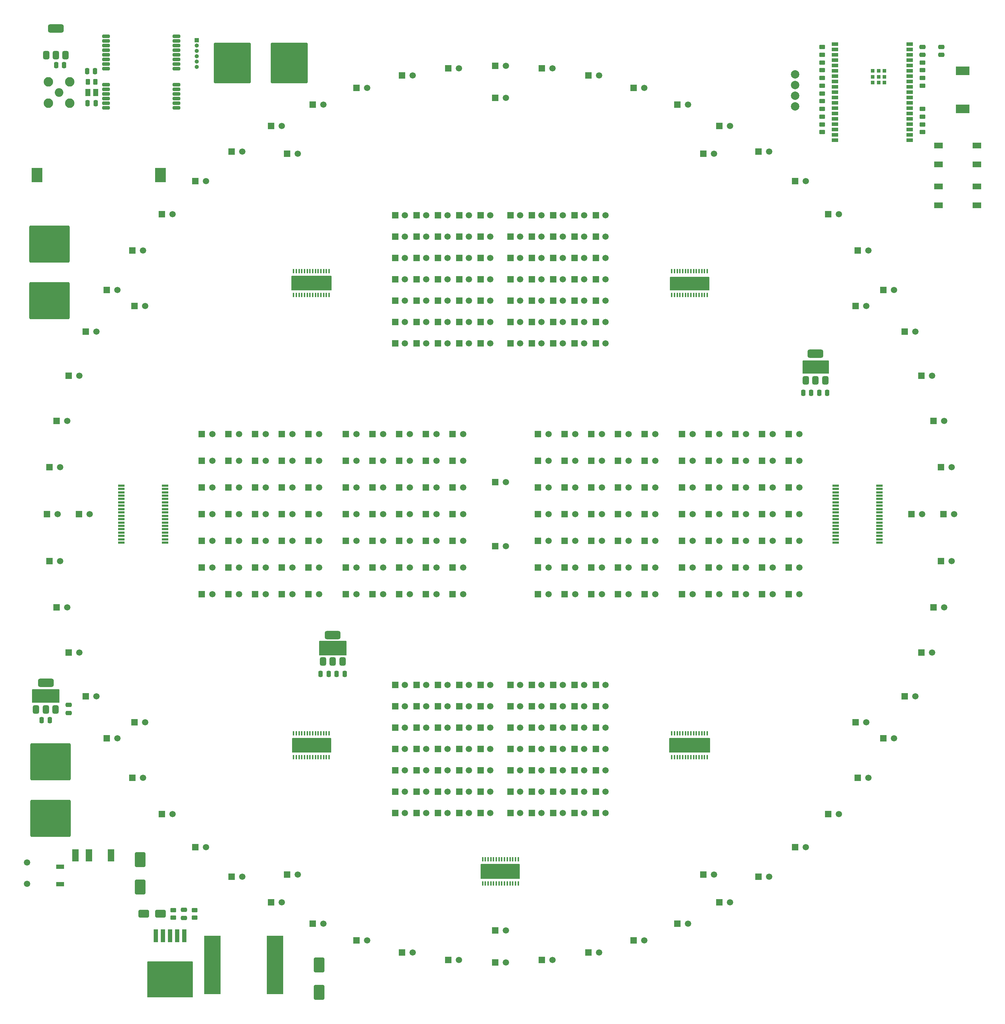
<source format=gbr>
%TF.GenerationSoftware,KiCad,Pcbnew,8.0.3*%
%TF.CreationDate,2024-06-09T22:24:32+02:00*%
%TF.ProjectId,broadcast_clock,62726f61-6463-4617-9374-5f636c6f636b,rev?*%
%TF.SameCoordinates,Original*%
%TF.FileFunction,Soldermask,Bot*%
%TF.FilePolarity,Negative*%
%FSLAX46Y46*%
G04 Gerber Fmt 4.6, Leading zero omitted, Abs format (unit mm)*
G04 Created by KiCad (PCBNEW 8.0.3) date 2024-06-09 22:24:32*
%MOMM*%
%LPD*%
G01*
G04 APERTURE LIST*
G04 Aperture macros list*
%AMRoundRect*
0 Rectangle with rounded corners*
0 $1 Rounding radius*
0 $2 $3 $4 $5 $6 $7 $8 $9 X,Y pos of 4 corners*
0 Add a 4 corners polygon primitive as box body*
4,1,4,$2,$3,$4,$5,$6,$7,$8,$9,$2,$3,0*
0 Add four circle primitives for the rounded corners*
1,1,$1+$1,$2,$3*
1,1,$1+$1,$4,$5*
1,1,$1+$1,$6,$7*
1,1,$1+$1,$8,$9*
0 Add four rect primitives between the rounded corners*
20,1,$1+$1,$2,$3,$4,$5,0*
20,1,$1+$1,$4,$5,$6,$7,0*
20,1,$1+$1,$6,$7,$8,$9,0*
20,1,$1+$1,$8,$9,$2,$3,0*%
G04 Aperture macros list end*
%ADD10C,0.150000*%
%ADD11R,4.000000X14.000000*%
%ADD12R,1.500000X1.500000*%
%ADD13C,1.500000*%
%ADD14R,3.200000X2.000000*%
%ADD15R,2.100000X1.400000*%
%ADD16R,1.200000X1.800000*%
%ADD17RoundRect,0.200000X0.700000X0.200000X-0.700000X0.200000X-0.700000X-0.200000X0.700000X-0.200000X0*%
%ADD18R,1.600000X2.900000*%
%ADD19RoundRect,0.250000X0.450000X-0.262500X0.450000X0.262500X-0.450000X0.262500X-0.450000X-0.262500X0*%
%ADD20RoundRect,0.250000X-0.450000X0.262500X-0.450000X-0.262500X0.450000X-0.262500X0.450000X0.262500X0*%
%ADD21R,0.400000X1.100000*%
%ADD22RoundRect,0.375000X0.375000X-0.625000X0.375000X0.625000X-0.375000X0.625000X-0.375000X-0.625000X0*%
%ADD23RoundRect,0.500000X1.400000X-0.500000X1.400000X0.500000X-1.400000X0.500000X-1.400000X-0.500000X0*%
%ADD24RoundRect,0.250000X-0.475000X0.250000X-0.475000X-0.250000X0.475000X-0.250000X0.475000X0.250000X0*%
%ADD25R,2.540000X3.510000*%
%ADD26RoundRect,0.249999X-4.550001X4.150001X-4.550001X-4.150001X4.550001X-4.150001X4.550001X4.150001X0*%
%ADD27C,2.050000*%
%ADD28C,2.250000*%
%ADD29R,0.900000X0.900000*%
%ADD30R,0.900000X0.880000*%
%ADD31R,1.500000X0.900000*%
%ADD32RoundRect,0.250000X-1.000000X1.500000X-1.000000X-1.500000X1.000000X-1.500000X1.000000X1.500000X0*%
%ADD33RoundRect,0.250000X-0.250000X-0.475000X0.250000X-0.475000X0.250000X0.475000X-0.250000X0.475000X0*%
%ADD34RoundRect,0.249999X-4.150001X-4.550001X4.150001X-4.550001X4.150001X4.550001X-4.150001X4.550001X0*%
%ADD35RoundRect,0.250000X1.000000X0.650000X-1.000000X0.650000X-1.000000X-0.650000X1.000000X-0.650000X0*%
%ADD36RoundRect,0.250000X0.262500X0.450000X-0.262500X0.450000X-0.262500X-0.450000X0.262500X-0.450000X0*%
%ADD37RoundRect,0.250000X0.250000X0.475000X-0.250000X0.475000X-0.250000X-0.475000X0.250000X-0.475000X0*%
%ADD38RoundRect,0.250000X0.475000X-0.250000X0.475000X0.250000X-0.475000X0.250000X-0.475000X-0.250000X0*%
%ADD39R,1.000000X1.000000*%
%ADD40O,1.000000X1.000000*%
%ADD41R,1.500000X0.500000*%
%ADD42C,2.000000*%
%ADD43R,1.016000X3.050000*%
%ADD44RoundRect,0.250000X1.000000X-1.500000X1.000000X1.500000X-1.000000X1.500000X-1.000000X-1.500000X0*%
%ADD45R,1.890000X1.140000*%
G04 APERTURE END LIST*
D10*
X40386000Y-190246000D02*
X34036000Y-190246000D01*
X34036000Y-187198000D01*
X40386000Y-187198000D01*
X40386000Y-190246000D01*
G36*
X40386000Y-190246000D02*
G01*
X34036000Y-190246000D01*
X34036000Y-187198000D01*
X40386000Y-187198000D01*
X40386000Y-190246000D01*
G37*
X195072000Y-92075000D02*
X185801000Y-92075000D01*
X185801000Y-89027000D01*
X195072000Y-89027000D01*
X195072000Y-92075000D01*
G36*
X195072000Y-92075000D02*
G01*
X185801000Y-92075000D01*
X185801000Y-89027000D01*
X195072000Y-89027000D01*
X195072000Y-92075000D01*
G37*
X223520000Y-111887000D02*
X217424000Y-111887000D01*
X217424000Y-108966000D01*
X223520000Y-108966000D01*
X223520000Y-111887000D01*
G36*
X223520000Y-111887000D02*
G01*
X217424000Y-111887000D01*
X217424000Y-108966000D01*
X223520000Y-108966000D01*
X223520000Y-111887000D01*
G37*
X105029000Y-202057000D02*
X95885000Y-202057000D01*
X95885000Y-198755000D01*
X105029000Y-198755000D01*
X105029000Y-202057000D01*
G36*
X105029000Y-202057000D02*
G01*
X95885000Y-202057000D01*
X95885000Y-198755000D01*
X105029000Y-198755000D01*
X105029000Y-202057000D01*
G37*
X149961600Y-232079800D02*
X140792200Y-232079800D01*
X140792200Y-228752400D01*
X149961600Y-228752400D01*
X149961600Y-232079800D01*
G36*
X149961600Y-232079800D02*
G01*
X140792200Y-232079800D01*
X140792200Y-228752400D01*
X149961600Y-228752400D01*
X149961600Y-232079800D01*
G37*
X195199000Y-202057000D02*
X185674000Y-202057000D01*
X185674000Y-198755000D01*
X195199000Y-198755000D01*
X195199000Y-202057000D01*
G36*
X195199000Y-202057000D02*
G01*
X185674000Y-202057000D01*
X185674000Y-198755000D01*
X195199000Y-198755000D01*
X195199000Y-202057000D01*
G37*
X72136000Y-260350000D02*
X61468000Y-260350000D01*
X61468000Y-251968000D01*
X72136000Y-251968000D01*
X72136000Y-260350000D01*
G36*
X72136000Y-260350000D02*
G01*
X61468000Y-260350000D01*
X61468000Y-251968000D01*
X72136000Y-251968000D01*
X72136000Y-260350000D01*
G37*
X108712000Y-178943000D02*
X102362000Y-178943000D01*
X102362000Y-175641000D01*
X108712000Y-175641000D01*
X108712000Y-178943000D01*
G36*
X108712000Y-178943000D02*
G01*
X102362000Y-178943000D01*
X102362000Y-175641000D01*
X108712000Y-175641000D01*
X108712000Y-178943000D01*
G37*
X105156000Y-92075000D02*
X95758000Y-92075000D01*
X95758000Y-88773000D01*
X105156000Y-88773000D01*
X105156000Y-92075000D01*
G36*
X105156000Y-92075000D02*
G01*
X95758000Y-92075000D01*
X95758000Y-88773000D01*
X105156000Y-88773000D01*
X105156000Y-92075000D01*
G37*
D11*
%TO.C,L1*%
X76858000Y-252730000D03*
X91798000Y-252730000D03*
%TD*%
D12*
%TO.C,D225*%
X125476000Y-211455000D03*
D13*
X127762000Y-211455000D03*
%TD*%
D12*
%TO.C,D254*%
X147828000Y-216535000D03*
D13*
X150114000Y-216535000D03*
%TD*%
D12*
%TO.C,D238*%
X135636000Y-206375000D03*
D13*
X137922000Y-206375000D03*
%TD*%
D12*
%TO.C,D340*%
X163068000Y-79375000D03*
D13*
X165354000Y-79375000D03*
%TD*%
D12*
%TO.C,D293*%
X125476000Y-89535000D03*
D13*
X127762000Y-89535000D03*
%TD*%
D12*
%TO.C,D327*%
X152908000Y-84455000D03*
D13*
X155194000Y-84455000D03*
%TD*%
D12*
%TO.C,D309*%
X135636000Y-99695000D03*
D13*
X137922000Y-99695000D03*
%TD*%
D12*
%TO.C,D303*%
X130556000Y-104775000D03*
D13*
X132842000Y-104775000D03*
%TD*%
D12*
%TO.C,D283*%
X120396000Y-74295000D03*
D13*
X122682000Y-74295000D03*
%TD*%
D12*
%TO.C,D219*%
X120396000Y-216535000D03*
D13*
X122682000Y-216535000D03*
%TD*%
D12*
%TO.C,D291*%
X125476000Y-79375000D03*
D13*
X127762000Y-79375000D03*
%TD*%
D12*
%TO.C,D265*%
X157988000Y-201295000D03*
D13*
X160274000Y-201295000D03*
%TD*%
D12*
%TO.C,D324*%
X147828000Y-104775000D03*
D13*
X150114000Y-104775000D03*
%TD*%
D12*
%TO.C,D276*%
X168148000Y-186055000D03*
D13*
X170434000Y-186055000D03*
%TD*%
D12*
%TO.C,D278*%
X168148000Y-196215000D03*
D13*
X170434000Y-196215000D03*
%TD*%
D12*
%TO.C,D284*%
X120396000Y-79375000D03*
D13*
X122682000Y-79375000D03*
%TD*%
D12*
%TO.C,D286*%
X120396000Y-89535000D03*
D13*
X122682000Y-89535000D03*
%TD*%
D12*
%TO.C,D318*%
X147828000Y-74295000D03*
D13*
X150114000Y-74295000D03*
%TD*%
D12*
%TO.C,D333*%
X157988000Y-79375000D03*
D13*
X160274000Y-79375000D03*
%TD*%
D12*
%TO.C,D313*%
X140716000Y-84455000D03*
D13*
X143002000Y-84455000D03*
%TD*%
D12*
%TO.C,D215*%
X120396000Y-196215000D03*
D13*
X122682000Y-196215000D03*
%TD*%
D12*
%TO.C,D348*%
X168148000Y-84455000D03*
D13*
X170434000Y-84455000D03*
%TD*%
D12*
%TO.C,D345*%
X163068000Y-104775000D03*
D13*
X165354000Y-104775000D03*
%TD*%
D12*
%TO.C,D239*%
X135636000Y-211455000D03*
D13*
X137922000Y-211455000D03*
%TD*%
D12*
%TO.C,D305*%
X135636000Y-79375000D03*
D13*
X137922000Y-79375000D03*
%TD*%
D12*
%TO.C,D227*%
X130556000Y-186055000D03*
D13*
X132842000Y-186055000D03*
%TD*%
D12*
%TO.C,D263*%
X157988000Y-191135000D03*
D13*
X160274000Y-191135000D03*
%TD*%
D12*
%TO.C,D338*%
X157988000Y-104775000D03*
D13*
X160274000Y-104775000D03*
%TD*%
D12*
%TO.C,D214*%
X120396000Y-191135000D03*
D13*
X122682000Y-191135000D03*
%TD*%
D12*
%TO.C,D343*%
X163068000Y-94615000D03*
D13*
X165354000Y-94615000D03*
%TD*%
D12*
%TO.C,D231*%
X130556000Y-206375000D03*
D13*
X132842000Y-206375000D03*
%TD*%
D12*
%TO.C,D268*%
X157988000Y-216535000D03*
D13*
X160274000Y-216535000D03*
%TD*%
D12*
%TO.C,D255*%
X152908000Y-186055000D03*
D13*
X155194000Y-186055000D03*
%TD*%
D12*
%TO.C,D256*%
X152908000Y-191135000D03*
D13*
X155194000Y-191135000D03*
%TD*%
D12*
%TO.C,D281*%
X168148000Y-211455000D03*
D13*
X170434000Y-211455000D03*
%TD*%
D12*
%TO.C,D274*%
X163068000Y-211455000D03*
D13*
X165354000Y-211455000D03*
%TD*%
D12*
%TO.C,D326*%
X152908000Y-79375000D03*
D13*
X155194000Y-79375000D03*
%TD*%
D12*
%TO.C,D213*%
X120396000Y-186055000D03*
D13*
X122682000Y-186055000D03*
%TD*%
D12*
%TO.C,D351*%
X168148000Y-99695000D03*
D13*
X170434000Y-99695000D03*
%TD*%
D12*
%TO.C,D308*%
X135636000Y-94615000D03*
D13*
X137922000Y-94615000D03*
%TD*%
D12*
%TO.C,D258*%
X152908000Y-201295000D03*
D13*
X155194000Y-201295000D03*
%TD*%
D12*
%TO.C,D311*%
X140716000Y-74295000D03*
D13*
X143002000Y-74295000D03*
%TD*%
D12*
%TO.C,D297*%
X130556000Y-74295000D03*
D13*
X132842000Y-74295000D03*
%TD*%
D12*
%TO.C,D317*%
X140716000Y-104775000D03*
D13*
X143002000Y-104775000D03*
%TD*%
D12*
%TO.C,D289*%
X120396000Y-104775000D03*
D13*
X122682000Y-104775000D03*
%TD*%
D12*
%TO.C,D298*%
X130556000Y-79375000D03*
D13*
X132842000Y-79375000D03*
%TD*%
D12*
%TO.C,D229*%
X130556000Y-196215000D03*
D13*
X132842000Y-196215000D03*
%TD*%
D12*
%TO.C,D287*%
X120396000Y-94615000D03*
D13*
X122682000Y-94615000D03*
%TD*%
D12*
%TO.C,D218*%
X120396000Y-211455000D03*
D13*
X122682000Y-211455000D03*
%TD*%
D12*
%TO.C,D349*%
X168148000Y-89535000D03*
D13*
X170434000Y-89535000D03*
%TD*%
D12*
%TO.C,D285*%
X120396000Y-84455000D03*
D13*
X122682000Y-84455000D03*
%TD*%
D12*
%TO.C,D315*%
X140716000Y-94615000D03*
D13*
X143002000Y-94615000D03*
%TD*%
D12*
%TO.C,D299*%
X130556000Y-84455000D03*
D13*
X132842000Y-84455000D03*
%TD*%
D12*
%TO.C,D250*%
X147828000Y-196215000D03*
D13*
X150114000Y-196215000D03*
%TD*%
D12*
%TO.C,D339*%
X163068000Y-74295000D03*
D13*
X165354000Y-74295000D03*
%TD*%
D12*
%TO.C,D331*%
X152908000Y-104775000D03*
D13*
X155194000Y-104775000D03*
%TD*%
D12*
%TO.C,D236*%
X135636000Y-196215000D03*
D13*
X137922000Y-196215000D03*
%TD*%
D12*
%TO.C,D245*%
X140716000Y-206375000D03*
D13*
X143002000Y-206375000D03*
%TD*%
D12*
%TO.C,D282*%
X168148000Y-216535000D03*
D13*
X170434000Y-216535000D03*
%TD*%
D12*
%TO.C,D240*%
X135636000Y-216535000D03*
D13*
X137922000Y-216535000D03*
%TD*%
D12*
%TO.C,D248*%
X147828000Y-186055000D03*
D13*
X150114000Y-186055000D03*
%TD*%
D12*
%TO.C,D226*%
X125476000Y-216535000D03*
D13*
X127762000Y-216535000D03*
%TD*%
D12*
%TO.C,D271*%
X163068000Y-196215000D03*
D13*
X165354000Y-196215000D03*
%TD*%
D12*
%TO.C,D337*%
X157988000Y-99695000D03*
D13*
X160274000Y-99695000D03*
%TD*%
D12*
%TO.C,D322*%
X147828000Y-94615000D03*
D13*
X150114000Y-94615000D03*
%TD*%
D12*
%TO.C,D335*%
X157988000Y-89535000D03*
D13*
X160274000Y-89535000D03*
%TD*%
D12*
%TO.C,D230*%
X130556000Y-201295000D03*
D13*
X132842000Y-201295000D03*
%TD*%
D12*
%TO.C,D290*%
X125476000Y-74295000D03*
D13*
X127762000Y-74295000D03*
%TD*%
D12*
%TO.C,D217*%
X120396000Y-206375000D03*
D13*
X122682000Y-206375000D03*
%TD*%
D12*
%TO.C,D232*%
X130556000Y-211455000D03*
D13*
X132842000Y-211455000D03*
%TD*%
D12*
%TO.C,D275*%
X163068000Y-216535000D03*
D13*
X165354000Y-216535000D03*
%TD*%
D12*
%TO.C,D249*%
X147828000Y-191135000D03*
D13*
X150114000Y-191135000D03*
%TD*%
D12*
%TO.C,D222*%
X125476000Y-196215000D03*
D13*
X127762000Y-196215000D03*
%TD*%
D12*
%TO.C,D264*%
X157988000Y-196215000D03*
D13*
X160274000Y-196215000D03*
%TD*%
D12*
%TO.C,D269*%
X163068000Y-186055000D03*
D13*
X165354000Y-186055000D03*
%TD*%
D12*
%TO.C,D300*%
X130556000Y-89535000D03*
D13*
X132842000Y-89535000D03*
%TD*%
D12*
%TO.C,D252*%
X147828000Y-206375000D03*
D13*
X150114000Y-206375000D03*
%TD*%
D12*
%TO.C,D253*%
X147828000Y-211455000D03*
D13*
X150114000Y-211455000D03*
%TD*%
D12*
%TO.C,D224*%
X125476000Y-206375000D03*
D13*
X127762000Y-206375000D03*
%TD*%
D12*
%TO.C,D234*%
X135636000Y-186055000D03*
D13*
X137922000Y-186055000D03*
%TD*%
D12*
%TO.C,D247*%
X140716000Y-216535000D03*
D13*
X143002000Y-216535000D03*
%TD*%
D12*
%TO.C,D325*%
X152908000Y-74295000D03*
D13*
X155194000Y-74295000D03*
%TD*%
D12*
%TO.C,D288*%
X120396000Y-99695000D03*
D13*
X122682000Y-99695000D03*
%TD*%
D12*
%TO.C,D228*%
X130556000Y-191135000D03*
D13*
X132842000Y-191135000D03*
%TD*%
D12*
%TO.C,D350*%
X168148000Y-94615000D03*
D13*
X170434000Y-94615000D03*
%TD*%
D12*
%TO.C,D334*%
X157988000Y-84455000D03*
D13*
X160274000Y-84455000D03*
%TD*%
D12*
%TO.C,D320*%
X147828000Y-84455000D03*
D13*
X150114000Y-84455000D03*
%TD*%
D12*
%TO.C,D259*%
X152908000Y-206375000D03*
D13*
X155194000Y-206375000D03*
%TD*%
D12*
%TO.C,D292*%
X125476000Y-84455000D03*
D13*
X127762000Y-84455000D03*
%TD*%
D12*
%TO.C,D216*%
X120396000Y-201295000D03*
D13*
X122682000Y-201295000D03*
%TD*%
D12*
%TO.C,D267*%
X157988000Y-211455000D03*
D13*
X160274000Y-211455000D03*
%TD*%
D12*
%TO.C,D220*%
X125476000Y-186055000D03*
D13*
X127762000Y-186055000D03*
%TD*%
D12*
%TO.C,D301*%
X130556000Y-94615000D03*
D13*
X132842000Y-94615000D03*
%TD*%
D12*
%TO.C,D304*%
X135636000Y-74295000D03*
D13*
X137922000Y-74295000D03*
%TD*%
D12*
%TO.C,D347*%
X168148000Y-79375000D03*
D13*
X170434000Y-79375000D03*
%TD*%
D12*
%TO.C,D233*%
X130556000Y-216535000D03*
D13*
X132842000Y-216535000D03*
%TD*%
D12*
%TO.C,D223*%
X125476000Y-201295000D03*
D13*
X127762000Y-201295000D03*
%TD*%
D12*
%TO.C,D296*%
X125476000Y-104775000D03*
D13*
X127762000Y-104775000D03*
%TD*%
D12*
%TO.C,D280*%
X168148000Y-206375000D03*
D13*
X170434000Y-206375000D03*
%TD*%
D12*
%TO.C,D346*%
X168148000Y-74295000D03*
D13*
X170434000Y-74295000D03*
%TD*%
D12*
%TO.C,D306*%
X135636000Y-84455000D03*
D13*
X137922000Y-84455000D03*
%TD*%
D12*
%TO.C,D261*%
X152908000Y-216535000D03*
D13*
X155194000Y-216535000D03*
%TD*%
D12*
%TO.C,D312*%
X140716000Y-79375000D03*
D13*
X143002000Y-79375000D03*
%TD*%
D12*
%TO.C,D272*%
X163068000Y-201295000D03*
D13*
X165354000Y-201295000D03*
%TD*%
D12*
%TO.C,D273*%
X163068000Y-206375000D03*
D13*
X165354000Y-206375000D03*
%TD*%
D12*
%TO.C,D295*%
X125476000Y-99695000D03*
D13*
X127762000Y-99695000D03*
%TD*%
D12*
%TO.C,D294*%
X125476000Y-94615000D03*
D13*
X127762000Y-94615000D03*
%TD*%
D12*
%TO.C,D329*%
X152908000Y-94615000D03*
D13*
X155194000Y-94615000D03*
%TD*%
D12*
%TO.C,D266*%
X157988000Y-206375000D03*
D13*
X160274000Y-206375000D03*
%TD*%
D12*
%TO.C,D302*%
X130556000Y-99695000D03*
D13*
X132842000Y-99695000D03*
%TD*%
D12*
%TO.C,D319*%
X147828000Y-79375000D03*
D13*
X150114000Y-79375000D03*
%TD*%
D12*
%TO.C,D310*%
X135636000Y-104775000D03*
D13*
X137922000Y-104775000D03*
%TD*%
D12*
%TO.C,D321*%
X147828000Y-89535000D03*
D13*
X150114000Y-89535000D03*
%TD*%
D12*
%TO.C,D332*%
X157988000Y-74295000D03*
D13*
X160274000Y-74295000D03*
%TD*%
D12*
%TO.C,D257*%
X152908000Y-196215000D03*
D13*
X155194000Y-196215000D03*
%TD*%
D12*
%TO.C,D341*%
X163068000Y-84455000D03*
D13*
X165354000Y-84455000D03*
%TD*%
D12*
%TO.C,D270*%
X163068000Y-191135000D03*
D13*
X165354000Y-191135000D03*
%TD*%
D12*
%TO.C,D323*%
X147828000Y-99695000D03*
D13*
X150114000Y-99695000D03*
%TD*%
D12*
%TO.C,D307*%
X135636000Y-89535000D03*
D13*
X137922000Y-89535000D03*
%TD*%
D12*
%TO.C,D221*%
X125476000Y-191135000D03*
D13*
X127762000Y-191135000D03*
%TD*%
D12*
%TO.C,D243*%
X140716000Y-196215000D03*
D13*
X143002000Y-196215000D03*
%TD*%
D12*
%TO.C,D241*%
X140716000Y-186055000D03*
D13*
X143002000Y-186055000D03*
%TD*%
D12*
%TO.C,D277*%
X168148000Y-191135000D03*
D13*
X170434000Y-191135000D03*
%TD*%
D12*
%TO.C,D279*%
X168148000Y-201295000D03*
D13*
X170434000Y-201295000D03*
%TD*%
D12*
%TO.C,D316*%
X140716000Y-99695000D03*
D13*
X143002000Y-99695000D03*
%TD*%
D12*
%TO.C,D328*%
X152908000Y-89535000D03*
D13*
X155194000Y-89535000D03*
%TD*%
D12*
%TO.C,D237*%
X135636000Y-201295000D03*
D13*
X137922000Y-201295000D03*
%TD*%
D12*
%TO.C,D260*%
X152908000Y-211455000D03*
D13*
X155194000Y-211455000D03*
%TD*%
D12*
%TO.C,D262*%
X157988000Y-186055000D03*
D13*
X160274000Y-186055000D03*
%TD*%
D12*
%TO.C,D246*%
X140716000Y-211455000D03*
D13*
X143002000Y-211455000D03*
%TD*%
D12*
%TO.C,D344*%
X163068000Y-99695000D03*
D13*
X165354000Y-99695000D03*
%TD*%
D12*
%TO.C,D235*%
X135636000Y-191135000D03*
D13*
X137922000Y-191135000D03*
%TD*%
D12*
%TO.C,D330*%
X152908000Y-99695000D03*
D13*
X155194000Y-99695000D03*
%TD*%
D12*
%TO.C,D244*%
X140716000Y-201295000D03*
D13*
X143002000Y-201295000D03*
%TD*%
D12*
%TO.C,D251*%
X147828000Y-201295000D03*
D13*
X150114000Y-201295000D03*
%TD*%
D12*
%TO.C,D314*%
X140716000Y-89535000D03*
D13*
X143002000Y-89535000D03*
%TD*%
D12*
%TO.C,D342*%
X163068000Y-89535000D03*
D13*
X165354000Y-89535000D03*
%TD*%
D12*
%TO.C,D336*%
X157988000Y-94615000D03*
D13*
X160274000Y-94615000D03*
%TD*%
D12*
%TO.C,D352*%
X168148000Y-104775000D03*
D13*
X170434000Y-104775000D03*
%TD*%
D12*
%TO.C,D242*%
X140716000Y-191135000D03*
D13*
X143002000Y-191135000D03*
%TD*%
D14*
%TO.C,BZ1*%
X255397000Y-39941500D03*
X255397000Y-48958500D03*
%TD*%
D15*
%TO.C,SW2*%
X258804000Y-67473000D03*
X249704000Y-67473000D03*
X258804000Y-71973000D03*
X249704000Y-71973000D03*
%TD*%
%TO.C,SW1*%
X258804000Y-57694000D03*
X249704000Y-57694000D03*
X258804000Y-62194000D03*
X249704000Y-62194000D03*
%TD*%
D16*
%TO.C,L2*%
X47203000Y-45083000D03*
X49063000Y-45083000D03*
%TD*%
D17*
%TO.C,U9*%
X68344000Y-31736000D03*
X68344000Y-32836000D03*
X68344000Y-33936000D03*
X68344000Y-35036000D03*
X68344000Y-36136000D03*
X68344000Y-37236000D03*
X68344000Y-38336000D03*
X68344000Y-39436000D03*
X68344000Y-43236000D03*
X68344000Y-44336000D03*
X68344000Y-45436000D03*
X68344000Y-46536000D03*
X68344000Y-47636000D03*
X68344000Y-48736000D03*
X51544000Y-48736000D03*
X51544000Y-47636000D03*
X51544000Y-46536000D03*
X51544000Y-45436000D03*
X51544000Y-44336000D03*
X51544000Y-43236000D03*
X51544000Y-39436000D03*
X51544000Y-38336000D03*
X51544000Y-37236000D03*
X51544000Y-36136000D03*
X51544000Y-35036000D03*
X51544000Y-33936000D03*
X51544000Y-32836000D03*
X51544000Y-31736000D03*
%TD*%
D13*
%TO.C,F1*%
X32766000Y-228346000D03*
X32766000Y-233426000D03*
%TD*%
D18*
%TO.C,J2*%
X52764000Y-226646500D03*
X47464000Y-226646500D03*
X44264000Y-226646500D03*
%TD*%
D12*
%TO.C,D103*%
X99695000Y-139065000D03*
D13*
X102235000Y-139065000D03*
%TD*%
D12*
%TO.C,D54*%
X81440069Y-59109067D03*
D13*
X83980069Y-59109067D03*
%TD*%
D12*
%TO.C,D169*%
X173355000Y-158115000D03*
D13*
X175895000Y-158115000D03*
%TD*%
D12*
%TO.C,D45*%
X37465000Y-145415000D03*
D13*
X40005000Y-145415000D03*
%TD*%
D12*
%TO.C,D65*%
X193675000Y-231203476D03*
D13*
X196215000Y-231203476D03*
%TD*%
D12*
%TO.C,D30*%
X144145000Y-252095000D03*
D13*
X146685000Y-252095000D03*
%TD*%
D12*
%TO.C,D128*%
X121285000Y-164465000D03*
D13*
X123825000Y-164465000D03*
%TD*%
D12*
%TO.C,D109*%
X108585000Y-132715000D03*
D13*
X111125000Y-132715000D03*
%TD*%
D12*
%TO.C,D353*%
X144145000Y-137795000D03*
D13*
X146685000Y-137795000D03*
%TD*%
D12*
%TO.C,D85*%
X80645000Y-158115000D03*
D13*
X83185000Y-158115000D03*
%TD*%
D12*
%TO.C,D26*%
X187535665Y-242872029D03*
D13*
X190075665Y-242872029D03*
%TD*%
D12*
%TO.C,D112*%
X108585000Y-151765000D03*
D13*
X111125000Y-151765000D03*
%TD*%
D12*
%TO.C,D110*%
X108585000Y-139065000D03*
D13*
X111125000Y-139065000D03*
%TD*%
D12*
%TO.C,D99*%
X93345000Y-158115000D03*
D13*
X95885000Y-158115000D03*
%TD*%
D12*
%TO.C,D199*%
X207645000Y-126365000D03*
D13*
X210185000Y-126365000D03*
%TD*%
D12*
%TO.C,D177*%
X179705000Y-164465000D03*
D13*
X182245000Y-164465000D03*
%TD*%
D12*
%TO.C,D111*%
X108585000Y-145415000D03*
D13*
X111125000Y-145415000D03*
%TD*%
D12*
%TO.C,D1*%
X155296096Y-39319404D03*
D13*
X157836096Y-39319404D03*
%TD*%
D12*
%TO.C,D138*%
X133985000Y-139065000D03*
D13*
X136525000Y-139065000D03*
%TD*%
D12*
%TO.C,D139*%
X133985000Y-145415000D03*
D13*
X136525000Y-145415000D03*
%TD*%
D12*
%TO.C,D82*%
X80645000Y-139065000D03*
D13*
X83185000Y-139065000D03*
%TD*%
D12*
%TO.C,D41*%
X46687971Y-188805665D03*
D13*
X49227971Y-188805665D03*
%TD*%
D12*
%TO.C,D141*%
X133985000Y-158115000D03*
D13*
X136525000Y-158115000D03*
%TD*%
D12*
%TO.C,D58*%
X121964981Y-41066214D03*
D13*
X124504981Y-41066214D03*
%TD*%
D12*
%TO.C,D39*%
X57839067Y-208119931D03*
D13*
X60379067Y-208119931D03*
%TD*%
D12*
%TO.C,D143*%
X154305000Y-126365000D03*
D13*
X156845000Y-126365000D03*
%TD*%
D12*
%TO.C,D28*%
X166325019Y-249763786D03*
D13*
X168865019Y-249763786D03*
%TD*%
D12*
%TO.C,D120*%
X114935000Y-158115000D03*
D13*
X117475000Y-158115000D03*
%TD*%
D12*
%TO.C,D36*%
X81440069Y-231720933D03*
D13*
X83980069Y-231720933D03*
%TD*%
D12*
%TO.C,D94*%
X93345000Y-126365000D03*
D13*
X95885000Y-126365000D03*
%TD*%
D12*
%TO.C,D80*%
X80645000Y-126365000D03*
D13*
X83185000Y-126365000D03*
%TD*%
D12*
%TO.C,D117*%
X114935000Y-139065000D03*
D13*
X117475000Y-139065000D03*
%TD*%
D12*
%TO.C,D126*%
X121285000Y-151765000D03*
D13*
X123825000Y-151765000D03*
%TD*%
D12*
%TO.C,D46*%
X38049404Y-134263904D03*
D13*
X40589404Y-134263904D03*
%TD*%
D12*
%TO.C,D83*%
X80645000Y-145415000D03*
D13*
X83185000Y-145415000D03*
%TD*%
D12*
%TO.C,D172*%
X179705000Y-132715000D03*
D13*
X182245000Y-132715000D03*
%TD*%
D12*
%TO.C,D4*%
X187535665Y-47957971D03*
D13*
X190075665Y-47957971D03*
%TD*%
D12*
%TO.C,D40*%
X51757410Y-198755000D03*
D13*
X54297410Y-198755000D03*
%TD*%
D12*
%TO.C,D192*%
X201295000Y-126365000D03*
D13*
X203835000Y-126365000D03*
%TD*%
D12*
%TO.C,D79*%
X74295000Y-164465000D03*
D13*
X76835000Y-164465000D03*
%TD*%
D12*
%TO.C,D29*%
X155296096Y-251510596D03*
D13*
X157836096Y-251510596D03*
%TD*%
D12*
%TO.C,D114*%
X108585000Y-164465000D03*
D13*
X111125000Y-164465000D03*
%TD*%
D12*
%TO.C,D205*%
X207645000Y-164465000D03*
D13*
X210185000Y-164465000D03*
%TD*%
D12*
%TO.C,D20*%
X236532590Y-198755000D03*
D13*
X239072590Y-198755000D03*
%TD*%
D12*
%TO.C,D136*%
X133985000Y-126365000D03*
D13*
X136525000Y-126365000D03*
%TD*%
D12*
%TO.C,D91*%
X86995000Y-151765000D03*
D13*
X89535000Y-151765000D03*
%TD*%
D12*
%TO.C,D163*%
X167005000Y-164465000D03*
D13*
X169545000Y-164465000D03*
%TD*%
D12*
%TO.C,D9*%
X230450933Y-82710069D03*
D13*
X232990933Y-82710069D03*
%TD*%
D12*
%TO.C,D69*%
X45085000Y-145415000D03*
D13*
X47625000Y-145415000D03*
%TD*%
D12*
%TO.C,D10*%
X236532590Y-92075000D03*
D13*
X239072590Y-92075000D03*
%TD*%
D12*
%TO.C,D191*%
X194945000Y-164465000D03*
D13*
X197485000Y-164465000D03*
%TD*%
D12*
%TO.C,D22*%
X223423690Y-216797853D03*
D13*
X225963690Y-216797853D03*
%TD*%
D12*
%TO.C,D66*%
X144145000Y-244475000D03*
D13*
X146685000Y-244475000D03*
%TD*%
D12*
%TO.C,D116*%
X114935000Y-132715000D03*
D13*
X117475000Y-132715000D03*
%TD*%
D12*
%TO.C,D27*%
X177110933Y-246873709D03*
D13*
X179650933Y-246873709D03*
%TD*%
D12*
%TO.C,D182*%
X188595000Y-151765000D03*
D13*
X191135000Y-151765000D03*
%TD*%
D12*
%TO.C,D38*%
X64866310Y-216797853D03*
D13*
X67406310Y-216797853D03*
%TD*%
D12*
%TO.C,D171*%
X179705000Y-126365000D03*
D13*
X182245000Y-126365000D03*
%TD*%
D12*
%TO.C,D151*%
X160655000Y-132715000D03*
D13*
X163195000Y-132715000D03*
%TD*%
D12*
%TO.C,D52*%
X64866310Y-74032147D03*
D13*
X67406310Y-74032147D03*
%TD*%
D12*
%TO.C,D145*%
X154305000Y-139065000D03*
D13*
X156845000Y-139065000D03*
%TD*%
D12*
%TO.C,D47*%
X39796214Y-123234981D03*
D13*
X42336214Y-123234981D03*
%TD*%
D12*
%TO.C,D208*%
X213995000Y-139065000D03*
D13*
X216535000Y-139065000D03*
%TD*%
D12*
%TO.C,D198*%
X201295000Y-164465000D03*
D13*
X203835000Y-164465000D03*
%TD*%
D12*
%TO.C,D174*%
X179705000Y-145415000D03*
D13*
X182245000Y-145415000D03*
%TD*%
D12*
%TO.C,D137*%
X133985000Y-132715000D03*
D13*
X136525000Y-132715000D03*
%TD*%
D12*
%TO.C,D130*%
X127635000Y-132715000D03*
D13*
X130175000Y-132715000D03*
%TD*%
D12*
%TO.C,D176*%
X179705000Y-158115000D03*
D13*
X182245000Y-158115000D03*
%TD*%
D12*
%TO.C,D92*%
X86995000Y-158115000D03*
D13*
X89535000Y-158115000D03*
%TD*%
D12*
%TO.C,D75*%
X74295000Y-139065000D03*
D13*
X76835000Y-139065000D03*
%TD*%
D12*
%TO.C,D140*%
X133985000Y-151765000D03*
D13*
X136525000Y-151765000D03*
%TD*%
D12*
%TO.C,D21*%
X230450933Y-208119931D03*
D13*
X232990933Y-208119931D03*
%TD*%
D12*
%TO.C,D118*%
X114935000Y-145415000D03*
D13*
X117475000Y-145415000D03*
%TD*%
D12*
%TO.C,D127*%
X121285000Y-158115000D03*
D13*
X123825000Y-158115000D03*
%TD*%
D12*
%TO.C,D155*%
X160655000Y-158115000D03*
D13*
X163195000Y-158115000D03*
%TD*%
D12*
%TO.C,D195*%
X201295000Y-145415000D03*
D13*
X203835000Y-145415000D03*
%TD*%
D12*
%TO.C,D153*%
X160655000Y-145415000D03*
D13*
X163195000Y-145415000D03*
%TD*%
D12*
%TO.C,D55*%
X90805000Y-53027410D03*
D13*
X93345000Y-53027410D03*
%TD*%
D12*
%TO.C,D32*%
X121964981Y-249763786D03*
D13*
X124504981Y-249763786D03*
%TD*%
D12*
%TO.C,D101*%
X99695000Y-126365000D03*
D13*
X102235000Y-126365000D03*
%TD*%
D12*
%TO.C,D354*%
X144145000Y-153035000D03*
D13*
X146685000Y-153035000D03*
%TD*%
D12*
%TO.C,D51*%
X57839067Y-82710069D03*
D13*
X60379067Y-82710069D03*
%TD*%
D12*
%TO.C,D193*%
X201295000Y-132715000D03*
D13*
X203835000Y-132715000D03*
%TD*%
D12*
%TO.C,D95*%
X93345000Y-132715000D03*
D13*
X95885000Y-132715000D03*
%TD*%
D12*
%TO.C,D48*%
X42686291Y-112449067D03*
D13*
X45226291Y-112449067D03*
%TD*%
D12*
%TO.C,D76*%
X74295000Y-145415000D03*
D13*
X76835000Y-145415000D03*
%TD*%
D12*
%TO.C,D165*%
X173355000Y-132715000D03*
D13*
X175895000Y-132715000D03*
%TD*%
D12*
%TO.C,D23*%
X215527853Y-224693690D03*
D13*
X218067853Y-224693690D03*
%TD*%
D12*
%TO.C,D68*%
X58356524Y-194945000D03*
D13*
X60896524Y-194945000D03*
%TD*%
D12*
%TO.C,D129*%
X127635000Y-126365000D03*
D13*
X130175000Y-126365000D03*
%TD*%
D12*
%TO.C,D212*%
X213995000Y-164465000D03*
D13*
X216535000Y-164465000D03*
%TD*%
D12*
%TO.C,D98*%
X93345000Y-151765000D03*
D13*
X95885000Y-151765000D03*
%TD*%
D12*
%TO.C,D11*%
X241602029Y-102024335D03*
D13*
X244142029Y-102024335D03*
%TD*%
D12*
%TO.C,D72*%
X144145000Y-46355000D03*
D13*
X146685000Y-46355000D03*
%TD*%
D12*
%TO.C,D5*%
X197485000Y-53027410D03*
D13*
X200025000Y-53027410D03*
%TD*%
D12*
%TO.C,D164*%
X173355000Y-126365000D03*
D13*
X175895000Y-126365000D03*
%TD*%
D12*
%TO.C,D161*%
X167005000Y-151765000D03*
D13*
X169545000Y-151765000D03*
%TD*%
D12*
%TO.C,D190*%
X194945000Y-158115000D03*
D13*
X197485000Y-158115000D03*
%TD*%
D12*
%TO.C,D102*%
X99695000Y-132715000D03*
D13*
X102235000Y-132715000D03*
%TD*%
D12*
%TO.C,D31*%
X132993904Y-251510596D03*
D13*
X135533904Y-251510596D03*
%TD*%
D12*
%TO.C,D168*%
X173355000Y-151765000D03*
D13*
X175895000Y-151765000D03*
%TD*%
D12*
%TO.C,D67*%
X94615000Y-231203476D03*
D13*
X97155000Y-231203476D03*
%TD*%
D12*
%TO.C,D202*%
X207645000Y-145415000D03*
D13*
X210185000Y-145415000D03*
%TD*%
D12*
%TO.C,D189*%
X194945000Y-151765000D03*
D13*
X197485000Y-151765000D03*
%TD*%
D12*
%TO.C,D160*%
X167005000Y-145415000D03*
D13*
X169545000Y-145415000D03*
%TD*%
D12*
%TO.C,D133*%
X127635000Y-151765000D03*
D13*
X130175000Y-151765000D03*
%TD*%
D12*
%TO.C,D131*%
X127635000Y-139065000D03*
D13*
X130175000Y-139065000D03*
%TD*%
D12*
%TO.C,D104*%
X99695000Y-145415000D03*
D13*
X102235000Y-145415000D03*
%TD*%
D12*
%TO.C,D86*%
X80645000Y-164465000D03*
D13*
X83185000Y-164465000D03*
%TD*%
D12*
%TO.C,D159*%
X167005000Y-139065000D03*
D13*
X169545000Y-139065000D03*
%TD*%
D12*
%TO.C,D106*%
X99695000Y-158115000D03*
D13*
X102235000Y-158115000D03*
%TD*%
D12*
%TO.C,D196*%
X201295000Y-151765000D03*
D13*
X203835000Y-151765000D03*
%TD*%
D12*
%TO.C,D157*%
X167005000Y-126365000D03*
D13*
X169545000Y-126365000D03*
%TD*%
D12*
%TO.C,D49*%
X46687971Y-102024335D03*
D13*
X49227971Y-102024335D03*
%TD*%
D12*
%TO.C,D44*%
X38049404Y-156566096D03*
D13*
X40589404Y-156566096D03*
%TD*%
D12*
%TO.C,D6*%
X206849931Y-59109067D03*
D13*
X209389931Y-59109067D03*
%TD*%
D12*
%TO.C,D7*%
X215527853Y-66136310D03*
D13*
X218067853Y-66136310D03*
%TD*%
D12*
%TO.C,D181*%
X188595000Y-145415000D03*
D13*
X191135000Y-145415000D03*
%TD*%
D12*
%TO.C,D43*%
X39796214Y-167595019D03*
D13*
X42336214Y-167595019D03*
%TD*%
D12*
%TO.C,D206*%
X213995000Y-126365000D03*
D13*
X216535000Y-126365000D03*
%TD*%
D12*
%TO.C,D14*%
X250240596Y-134263904D03*
D13*
X252780596Y-134263904D03*
%TD*%
D12*
%TO.C,D148*%
X154305000Y-158115000D03*
D13*
X156845000Y-158115000D03*
%TD*%
D12*
%TO.C,D2*%
X166325019Y-41066214D03*
D13*
X168865019Y-41066214D03*
%TD*%
D12*
%TO.C,D180*%
X188595000Y-139065000D03*
D13*
X191135000Y-139065000D03*
%TD*%
D12*
%TO.C,D210*%
X213995000Y-151765000D03*
D13*
X216535000Y-151765000D03*
%TD*%
D12*
%TO.C,D175*%
X179705000Y-151765000D03*
D13*
X182245000Y-151765000D03*
%TD*%
D12*
%TO.C,D17*%
X248493786Y-167595019D03*
D13*
X251033786Y-167595019D03*
%TD*%
D12*
%TO.C,D201*%
X207645000Y-139065000D03*
D13*
X210185000Y-139065000D03*
%TD*%
D12*
%TO.C,D154*%
X160655000Y-151765000D03*
D13*
X163195000Y-151765000D03*
%TD*%
D12*
%TO.C,D207*%
X213995000Y-132715000D03*
D13*
X216535000Y-132715000D03*
%TD*%
D12*
%TO.C,D33*%
X111179067Y-246873709D03*
D13*
X113719067Y-246873709D03*
%TD*%
D12*
%TO.C,D15*%
X250825000Y-145415000D03*
D13*
X253365000Y-145415000D03*
%TD*%
D12*
%TO.C,D150*%
X160655000Y-126365000D03*
D13*
X163195000Y-126365000D03*
%TD*%
D12*
%TO.C,D123*%
X121285000Y-132715000D03*
D13*
X123825000Y-132715000D03*
%TD*%
D12*
%TO.C,D70*%
X58356524Y-95885000D03*
D13*
X60896524Y-95885000D03*
%TD*%
D12*
%TO.C,D170*%
X173355000Y-164465000D03*
D13*
X175895000Y-164465000D03*
%TD*%
D12*
%TO.C,D34*%
X100754335Y-242872029D03*
D13*
X103294335Y-242872029D03*
%TD*%
D12*
%TO.C,D162*%
X167005000Y-158115000D03*
D13*
X169545000Y-158115000D03*
%TD*%
D12*
%TO.C,D124*%
X121285000Y-139065000D03*
D13*
X123825000Y-139065000D03*
%TD*%
D12*
%TO.C,D135*%
X127635000Y-164465000D03*
D13*
X130175000Y-164465000D03*
%TD*%
D12*
%TO.C,D96*%
X93345000Y-139065000D03*
D13*
X95885000Y-139065000D03*
%TD*%
D12*
%TO.C,D187*%
X194945000Y-139065000D03*
D13*
X197485000Y-139065000D03*
%TD*%
D12*
%TO.C,D64*%
X229933476Y-194945000D03*
D13*
X232473476Y-194945000D03*
%TD*%
D12*
%TO.C,D37*%
X72762147Y-224693690D03*
D13*
X75302147Y-224693690D03*
%TD*%
D12*
%TO.C,D93*%
X86995000Y-164465000D03*
D13*
X89535000Y-164465000D03*
%TD*%
D12*
%TO.C,D18*%
X245603709Y-178380933D03*
D13*
X248143709Y-178380933D03*
%TD*%
D12*
%TO.C,D152*%
X160655000Y-139065000D03*
D13*
X163195000Y-139065000D03*
%TD*%
D12*
%TO.C,D167*%
X173355000Y-145415000D03*
D13*
X175895000Y-145415000D03*
%TD*%
D12*
%TO.C,D211*%
X213995000Y-158115000D03*
D13*
X216535000Y-158115000D03*
%TD*%
D12*
%TO.C,D3*%
X177110933Y-43956291D03*
D13*
X179650933Y-43956291D03*
%TD*%
D12*
%TO.C,D78*%
X74295000Y-158115000D03*
D13*
X76835000Y-158115000D03*
%TD*%
D12*
%TO.C,D35*%
X90805000Y-237802590D03*
D13*
X93345000Y-237802590D03*
%TD*%
D12*
%TO.C,D119*%
X114935000Y-151765000D03*
D13*
X117475000Y-151765000D03*
%TD*%
D12*
%TO.C,D203*%
X207645000Y-151765000D03*
D13*
X210185000Y-151765000D03*
%TD*%
D12*
%TO.C,D178*%
X188595000Y-126365000D03*
D13*
X191135000Y-126365000D03*
%TD*%
D12*
%TO.C,D185*%
X194945000Y-126365000D03*
D13*
X197485000Y-126365000D03*
%TD*%
D12*
%TO.C,D179*%
X188595000Y-132715000D03*
D13*
X191135000Y-132715000D03*
%TD*%
D12*
%TO.C,D100*%
X93345000Y-164465000D03*
D13*
X95885000Y-164465000D03*
%TD*%
D12*
%TO.C,D73*%
X74295000Y-126365000D03*
D13*
X76835000Y-126365000D03*
%TD*%
D12*
%TO.C,D62*%
X229933476Y-95885000D03*
D13*
X232473476Y-95885000D03*
%TD*%
D12*
%TO.C,D19*%
X241602029Y-188805665D03*
D13*
X244142029Y-188805665D03*
%TD*%
D12*
%TO.C,D87*%
X86995000Y-126365000D03*
D13*
X89535000Y-126365000D03*
%TD*%
D12*
%TO.C,D57*%
X111179067Y-43956291D03*
D13*
X113719067Y-43956291D03*
%TD*%
D12*
%TO.C,D56*%
X100754335Y-47957971D03*
D13*
X103294335Y-47957971D03*
%TD*%
D12*
%TO.C,D77*%
X74295000Y-151765000D03*
D13*
X76835000Y-151765000D03*
%TD*%
D12*
%TO.C,D108*%
X108585000Y-126365000D03*
D13*
X111125000Y-126365000D03*
%TD*%
D12*
%TO.C,D105*%
X99695000Y-151765000D03*
D13*
X102235000Y-151765000D03*
%TD*%
D12*
%TO.C,D13*%
X248493786Y-123234981D03*
D13*
X251033786Y-123234981D03*
%TD*%
D12*
%TO.C,D200*%
X207645000Y-132715000D03*
D13*
X210185000Y-132715000D03*
%TD*%
D12*
%TO.C,D113*%
X108585000Y-158115000D03*
D13*
X111125000Y-158115000D03*
%TD*%
D12*
%TO.C,D184*%
X188595000Y-164465000D03*
D13*
X191135000Y-164465000D03*
%TD*%
D12*
%TO.C,D88*%
X86995000Y-132715000D03*
D13*
X89535000Y-132715000D03*
%TD*%
D12*
%TO.C,D158*%
X167005000Y-132715000D03*
D13*
X169545000Y-132715000D03*
%TD*%
D12*
%TO.C,D146*%
X154305000Y-145415000D03*
D13*
X156845000Y-145415000D03*
%TD*%
D12*
%TO.C,D197*%
X201295000Y-158115000D03*
D13*
X203835000Y-158115000D03*
%TD*%
D12*
%TO.C,D122*%
X121285000Y-126365000D03*
D13*
X123825000Y-126365000D03*
%TD*%
D12*
%TO.C,D156*%
X160655000Y-164465000D03*
D13*
X163195000Y-164465000D03*
%TD*%
D12*
%TO.C,D97*%
X93345000Y-145415000D03*
D13*
X95885000Y-145415000D03*
%TD*%
D12*
%TO.C,D8*%
X223423690Y-74032147D03*
D13*
X225963690Y-74032147D03*
%TD*%
D12*
%TO.C,D125*%
X121285000Y-145415000D03*
D13*
X123825000Y-145415000D03*
%TD*%
D12*
%TO.C,D53*%
X72762147Y-66136310D03*
D13*
X75302147Y-66136310D03*
%TD*%
D12*
%TO.C,D63*%
X243205000Y-145415000D03*
D13*
X245745000Y-145415000D03*
%TD*%
D12*
%TO.C,D188*%
X194945000Y-145415000D03*
D13*
X197485000Y-145415000D03*
%TD*%
D12*
%TO.C,D149*%
X154305000Y-164465000D03*
D13*
X156845000Y-164465000D03*
%TD*%
D12*
%TO.C,D24*%
X206849931Y-231720933D03*
D13*
X209389931Y-231720933D03*
%TD*%
D12*
%TO.C,D209*%
X213995000Y-145415000D03*
D13*
X216535000Y-145415000D03*
%TD*%
D12*
%TO.C,D81*%
X80645000Y-132715000D03*
D13*
X83185000Y-132715000D03*
%TD*%
D12*
%TO.C,D89*%
X86995000Y-139065000D03*
D13*
X89535000Y-139065000D03*
%TD*%
D12*
%TO.C,D42*%
X42686291Y-178380933D03*
D13*
X45226291Y-178380933D03*
%TD*%
D12*
%TO.C,D59*%
X132993904Y-39319404D03*
D13*
X135533904Y-39319404D03*
%TD*%
D12*
%TO.C,D186*%
X194945000Y-132715000D03*
D13*
X197485000Y-132715000D03*
%TD*%
D12*
%TO.C,D194*%
X201295000Y-139065000D03*
D13*
X203835000Y-139065000D03*
%TD*%
D12*
%TO.C,D142*%
X133985000Y-164465000D03*
D13*
X136525000Y-164465000D03*
%TD*%
D12*
%TO.C,D50*%
X51757410Y-92075000D03*
D13*
X54297410Y-92075000D03*
%TD*%
D12*
%TO.C,D90*%
X86995000Y-145415000D03*
D13*
X89535000Y-145415000D03*
%TD*%
D12*
%TO.C,D12*%
X245603709Y-112449067D03*
D13*
X248143709Y-112449067D03*
%TD*%
D12*
%TO.C,D144*%
X154305000Y-132715000D03*
D13*
X156845000Y-132715000D03*
%TD*%
D12*
%TO.C,D61*%
X193675000Y-59626524D03*
D13*
X196215000Y-59626524D03*
%TD*%
D12*
%TO.C,D166*%
X173355000Y-139065000D03*
D13*
X175895000Y-139065000D03*
%TD*%
D12*
%TO.C,D107*%
X99695000Y-164465000D03*
D13*
X102235000Y-164465000D03*
%TD*%
D12*
%TO.C,D16*%
X250240596Y-156566096D03*
D13*
X252780596Y-156566096D03*
%TD*%
D12*
%TO.C,D147*%
X154305000Y-151765000D03*
D13*
X156845000Y-151765000D03*
%TD*%
D12*
%TO.C,D115*%
X114935000Y-126365000D03*
D13*
X117475000Y-126365000D03*
%TD*%
D12*
%TO.C,D84*%
X80645000Y-151765000D03*
D13*
X83185000Y-151765000D03*
%TD*%
D12*
%TO.C,D25*%
X197485000Y-237802590D03*
D13*
X200025000Y-237802590D03*
%TD*%
D12*
%TO.C,D71*%
X94615000Y-59626524D03*
D13*
X97155000Y-59626524D03*
%TD*%
D12*
%TO.C,D60*%
X144145000Y-38735000D03*
D13*
X146685000Y-38735000D03*
%TD*%
D12*
%TO.C,D183*%
X188595000Y-158115000D03*
D13*
X191135000Y-158115000D03*
%TD*%
D12*
%TO.C,D204*%
X207645000Y-158115000D03*
D13*
X210185000Y-158115000D03*
%TD*%
D12*
%TO.C,D74*%
X74295000Y-132715000D03*
D13*
X76835000Y-132715000D03*
%TD*%
D12*
%TO.C,D132*%
X127635000Y-145415000D03*
D13*
X130175000Y-145415000D03*
%TD*%
D12*
%TO.C,D134*%
X127635000Y-158115000D03*
D13*
X130175000Y-158115000D03*
%TD*%
D12*
%TO.C,D121*%
X114935000Y-164465000D03*
D13*
X117475000Y-164465000D03*
%TD*%
D12*
%TO.C,D173*%
X179705000Y-139065000D03*
D13*
X182245000Y-139065000D03*
%TD*%
D19*
%TO.C,R18*%
X221996000Y-43457500D03*
X221996000Y-41632500D03*
%TD*%
D20*
%TO.C,R19*%
X221996000Y-37949500D03*
X221996000Y-39774500D03*
%TD*%
D21*
%TO.C,U6*%
X104640000Y-203265000D03*
X103990000Y-203265000D03*
X103340000Y-203265000D03*
X102690000Y-203265000D03*
X102040000Y-203265000D03*
X101390000Y-203265000D03*
X100740000Y-203265000D03*
X100090000Y-203265000D03*
X99440000Y-203265000D03*
X98790000Y-203265000D03*
X98140000Y-203265000D03*
X97490000Y-203265000D03*
X96840000Y-203265000D03*
X96190000Y-203265000D03*
X96190000Y-197565000D03*
X96840000Y-197565000D03*
X97490000Y-197565000D03*
X98140000Y-197565000D03*
X98790000Y-197565000D03*
X99440000Y-197565000D03*
X100090000Y-197565000D03*
X100740000Y-197565000D03*
X101390000Y-197565000D03*
X102040000Y-197565000D03*
X102690000Y-197565000D03*
X103340000Y-197565000D03*
X103990000Y-197565000D03*
X104640000Y-197565000D03*
%TD*%
D22*
%TO.C,U14*%
X222715000Y-113565000D03*
X220415000Y-113565000D03*
D23*
X220415000Y-107265000D03*
D22*
X218115000Y-113565000D03*
%TD*%
D20*
%TO.C,R15*%
X245872000Y-52681500D03*
X245872000Y-54506500D03*
%TD*%
D24*
%TO.C,C20*%
X42672000Y-190820000D03*
X42672000Y-192720000D03*
%TD*%
D25*
%TO.C,BT1*%
X35104000Y-64770000D03*
X64464000Y-64770000D03*
%TD*%
D26*
%TO.C,C14*%
X38354000Y-204324000D03*
X38354000Y-217824000D03*
%TD*%
D27*
%TO.C,AE1*%
X40386000Y-45085000D03*
D28*
X42926000Y-47625000D03*
X42926000Y-42545000D03*
X37846000Y-47625000D03*
X37846000Y-42545000D03*
%TD*%
D22*
%TO.C,U10*%
X39511000Y-191872000D03*
X37211000Y-191872000D03*
D23*
X37211000Y-185572000D03*
D22*
X34911000Y-191872000D03*
%TD*%
D20*
%TO.C,R14*%
X245872000Y-48998500D03*
X245872000Y-50823500D03*
%TD*%
D29*
%TO.C,U3*%
X236814000Y-39949000D03*
X235414000Y-39949000D03*
X234014000Y-39949000D03*
X236814000Y-41349000D03*
X235414000Y-41349000D03*
X234014000Y-41349000D03*
D30*
X235404000Y-42729000D03*
D29*
X236804000Y-42749000D03*
X234004000Y-42749000D03*
D31*
X242824000Y-33559000D03*
X242824000Y-34829000D03*
X242824000Y-36099000D03*
X242824000Y-37369000D03*
X242824000Y-38639000D03*
X242824000Y-39909000D03*
X242824000Y-41179000D03*
X242824000Y-42449000D03*
X242824000Y-43719000D03*
X242824000Y-44989000D03*
X242824000Y-46259000D03*
X242824000Y-47529000D03*
X242824000Y-48799000D03*
X242824000Y-50069000D03*
X242824000Y-51339000D03*
X242824000Y-52609000D03*
X242824000Y-53879000D03*
X242824000Y-55149000D03*
X242824000Y-56419000D03*
X225044000Y-56419000D03*
X225044000Y-55149000D03*
X225044000Y-53879000D03*
X225044000Y-52609000D03*
X225044000Y-51339000D03*
X225044000Y-50069000D03*
X225044000Y-48799000D03*
X225044000Y-47529000D03*
X225044000Y-46259000D03*
X225044000Y-44989000D03*
X225044000Y-43719000D03*
X225044000Y-42449000D03*
X225044000Y-41179000D03*
X225044000Y-39909000D03*
X225044000Y-38639000D03*
X225044000Y-37369000D03*
X225044000Y-36099000D03*
X225044000Y-34829000D03*
X225044000Y-33559000D03*
%TD*%
D21*
%TO.C,U8*%
X149640000Y-233265000D03*
X148990000Y-233265000D03*
X148340000Y-233265000D03*
X147690000Y-233265000D03*
X147040000Y-233265000D03*
X146390000Y-233265000D03*
X145740000Y-233265000D03*
X145090000Y-233265000D03*
X144440000Y-233265000D03*
X143790000Y-233265000D03*
X143140000Y-233265000D03*
X142490000Y-233265000D03*
X141840000Y-233265000D03*
X141190000Y-233265000D03*
X141190000Y-227565000D03*
X141840000Y-227565000D03*
X142490000Y-227565000D03*
X143140000Y-227565000D03*
X143790000Y-227565000D03*
X144440000Y-227565000D03*
X145090000Y-227565000D03*
X145740000Y-227565000D03*
X146390000Y-227565000D03*
X147040000Y-227565000D03*
X147690000Y-227565000D03*
X148340000Y-227565000D03*
X148990000Y-227565000D03*
X149640000Y-227565000D03*
%TD*%
D32*
%TO.C,C25*%
X102234000Y-252696500D03*
X102234000Y-259196500D03*
%TD*%
D33*
%TO.C,C26*%
X39690000Y-38608000D03*
X41590000Y-38608000D03*
%TD*%
D34*
%TO.C,C28*%
X81642000Y-38100000D03*
X95142000Y-38100000D03*
%TD*%
D19*
%TO.C,R2*%
X221996000Y-54506500D03*
X221996000Y-52681500D03*
%TD*%
D33*
%TO.C,C27*%
X217490000Y-116586000D03*
X219390000Y-116586000D03*
%TD*%
D19*
%TO.C,R21*%
X67564000Y-241450500D03*
X67564000Y-239625500D03*
%TD*%
D35*
%TO.C,D355*%
X64484000Y-240538000D03*
X60484000Y-240538000D03*
%TD*%
D36*
%TO.C,R24*%
X49045500Y-42571000D03*
X47220500Y-42571000D03*
%TD*%
D33*
%TO.C,C32*%
X106421000Y-183465000D03*
X108321000Y-183465000D03*
%TD*%
D37*
%TO.C,C18*%
X49083000Y-47625000D03*
X47183000Y-47625000D03*
%TD*%
D21*
%TO.C,U5*%
X194640000Y-203265000D03*
X193990000Y-203265000D03*
X193340000Y-203265000D03*
X192690000Y-203265000D03*
X192040000Y-203265000D03*
X191390000Y-203265000D03*
X190740000Y-203265000D03*
X190090000Y-203265000D03*
X189440000Y-203265000D03*
X188790000Y-203265000D03*
X188140000Y-203265000D03*
X187490000Y-203265000D03*
X186840000Y-203265000D03*
X186190000Y-203265000D03*
X186190000Y-197565000D03*
X186840000Y-197565000D03*
X187490000Y-197565000D03*
X188140000Y-197565000D03*
X188790000Y-197565000D03*
X189440000Y-197565000D03*
X190090000Y-197565000D03*
X190740000Y-197565000D03*
X191390000Y-197565000D03*
X192040000Y-197565000D03*
X192690000Y-197565000D03*
X193340000Y-197565000D03*
X193990000Y-197565000D03*
X194640000Y-197565000D03*
%TD*%
D38*
%TO.C,C13*%
X245872000Y-36129000D03*
X245872000Y-34229000D03*
%TD*%
D19*
%TO.C,R16*%
X221996000Y-50823500D03*
X221996000Y-48998500D03*
%TD*%
D38*
%TO.C,C12*%
X250317000Y-36129000D03*
X250317000Y-34229000D03*
%TD*%
D39*
%TO.C,J3*%
X73152000Y-32639000D03*
D40*
X73152000Y-33909000D03*
X73152000Y-35179000D03*
X73152000Y-36449000D03*
X73152000Y-37719000D03*
X73152000Y-38989000D03*
%TD*%
D33*
%TO.C,C21*%
X36261000Y-194437000D03*
X38161000Y-194437000D03*
%TD*%
D19*
%TO.C,R22*%
X245872000Y-43467500D03*
X245872000Y-41642500D03*
%TD*%
D20*
%TO.C,R13*%
X221996000Y-45315500D03*
X221996000Y-47140500D03*
%TD*%
D33*
%TO.C,C24*%
X102611000Y-183465000D03*
X104511000Y-183465000D03*
%TD*%
%TO.C,C31*%
X221300000Y-116586000D03*
X223200000Y-116586000D03*
%TD*%
D26*
%TO.C,C19*%
X38100000Y-81134000D03*
X38100000Y-94634000D03*
%TD*%
D41*
%TO.C,U1*%
X65615000Y-138615000D03*
X65615000Y-139415000D03*
X65615000Y-140215000D03*
X65615000Y-141015000D03*
X65615000Y-141815000D03*
X65615000Y-142615000D03*
X65615000Y-143415000D03*
X65615000Y-144215000D03*
X65615000Y-145015000D03*
X65615000Y-145815000D03*
X65615000Y-146615000D03*
X65615000Y-147415000D03*
X65615000Y-148215000D03*
X65615000Y-149015000D03*
X65615000Y-149815000D03*
X65615000Y-150615000D03*
X65615000Y-151415000D03*
X65615000Y-152215000D03*
X55215000Y-152215000D03*
X55215000Y-151415000D03*
X55215000Y-150615000D03*
X55215000Y-149815000D03*
X55215000Y-149015000D03*
X55215000Y-148215000D03*
X55215000Y-147415000D03*
X55215000Y-146615000D03*
X55215000Y-145815000D03*
X55215000Y-145015000D03*
X55215000Y-144215000D03*
X55215000Y-143415000D03*
X55215000Y-142615000D03*
X55215000Y-141815000D03*
X55215000Y-141015000D03*
X55215000Y-140215000D03*
X55215000Y-139415000D03*
X55215000Y-138615000D03*
%TD*%
D19*
%TO.C,R12*%
X245872000Y-39789500D03*
X245872000Y-37964500D03*
%TD*%
D20*
%TO.C,R17*%
X221996000Y-34266500D03*
X221996000Y-36091500D03*
%TD*%
D42*
%TO.C,J1*%
X215519000Y-40767000D03*
X215519000Y-43307000D03*
X215519000Y-45847000D03*
X215519000Y-48387000D03*
%TD*%
D19*
%TO.C,R20*%
X72644000Y-241450500D03*
X72644000Y-239625500D03*
%TD*%
D43*
%TO.C,U11*%
X63398000Y-245770500D03*
X65100000Y-245770500D03*
X66802000Y-245770500D03*
X68504000Y-245770500D03*
X70206000Y-245770500D03*
%TD*%
D41*
%TO.C,U2*%
X235615000Y-138615000D03*
X235615000Y-139415000D03*
X235615000Y-140215000D03*
X235615000Y-141015000D03*
X235615000Y-141815000D03*
X235615000Y-142615000D03*
X235615000Y-143415000D03*
X235615000Y-144215000D03*
X235615000Y-145015000D03*
X235615000Y-145815000D03*
X235615000Y-146615000D03*
X235615000Y-147415000D03*
X235615000Y-148215000D03*
X235615000Y-149015000D03*
X235615000Y-149815000D03*
X235615000Y-150615000D03*
X235615000Y-151415000D03*
X235615000Y-152215000D03*
X225215000Y-152215000D03*
X225215000Y-151415000D03*
X225215000Y-150615000D03*
X225215000Y-149815000D03*
X225215000Y-149015000D03*
X225215000Y-148215000D03*
X225215000Y-147415000D03*
X225215000Y-146615000D03*
X225215000Y-145815000D03*
X225215000Y-145015000D03*
X225215000Y-144215000D03*
X225215000Y-143415000D03*
X225215000Y-142615000D03*
X225215000Y-141815000D03*
X225215000Y-141015000D03*
X225215000Y-140215000D03*
X225215000Y-139415000D03*
X225215000Y-138615000D03*
%TD*%
D22*
%TO.C,U13*%
X107823000Y-180467000D03*
X105523000Y-180467000D03*
D23*
X105523000Y-174167000D03*
D22*
X103223000Y-180467000D03*
%TD*%
D21*
%TO.C,U7*%
X96190000Y-87565000D03*
X96840000Y-87565000D03*
X97490000Y-87565000D03*
X98140000Y-87565000D03*
X98790000Y-87565000D03*
X99440000Y-87565000D03*
X100090000Y-87565000D03*
X100740000Y-87565000D03*
X101390000Y-87565000D03*
X102040000Y-87565000D03*
X102690000Y-87565000D03*
X103340000Y-87565000D03*
X103990000Y-87565000D03*
X104640000Y-87565000D03*
X104640000Y-93265000D03*
X103990000Y-93265000D03*
X103340000Y-93265000D03*
X102690000Y-93265000D03*
X102040000Y-93265000D03*
X101390000Y-93265000D03*
X100740000Y-93265000D03*
X100090000Y-93265000D03*
X99440000Y-93265000D03*
X98790000Y-93265000D03*
X98140000Y-93265000D03*
X97490000Y-93265000D03*
X96840000Y-93265000D03*
X96190000Y-93265000D03*
%TD*%
D38*
%TO.C,C16*%
X70104000Y-241488000D03*
X70104000Y-239588000D03*
%TD*%
D44*
%TO.C,C15*%
X59690000Y-234136000D03*
X59690000Y-227636000D03*
%TD*%
D37*
%TO.C,C17*%
X48956000Y-40005000D03*
X47056000Y-40005000D03*
%TD*%
D21*
%TO.C,U4*%
X186190000Y-87565000D03*
X186840000Y-87565000D03*
X187490000Y-87565000D03*
X188140000Y-87565000D03*
X188790000Y-87565000D03*
X189440000Y-87565000D03*
X190090000Y-87565000D03*
X190740000Y-87565000D03*
X191390000Y-87565000D03*
X192040000Y-87565000D03*
X192690000Y-87565000D03*
X193340000Y-87565000D03*
X193990000Y-87565000D03*
X194640000Y-87565000D03*
X194640000Y-93265000D03*
X193990000Y-93265000D03*
X193340000Y-93265000D03*
X192690000Y-93265000D03*
X192040000Y-93265000D03*
X191390000Y-93265000D03*
X190740000Y-93265000D03*
X190090000Y-93265000D03*
X189440000Y-93265000D03*
X188790000Y-93265000D03*
X188140000Y-93265000D03*
X187490000Y-93265000D03*
X186840000Y-93265000D03*
X186190000Y-93265000D03*
%TD*%
D45*
%TO.C,D356*%
X40640000Y-233494000D03*
X40640000Y-229294000D03*
%TD*%
D22*
%TO.C,U12*%
X41924000Y-36170000D03*
X39624000Y-36170000D03*
D23*
X39624000Y-29870000D03*
D22*
X37324000Y-36170000D03*
%TD*%
M02*

</source>
